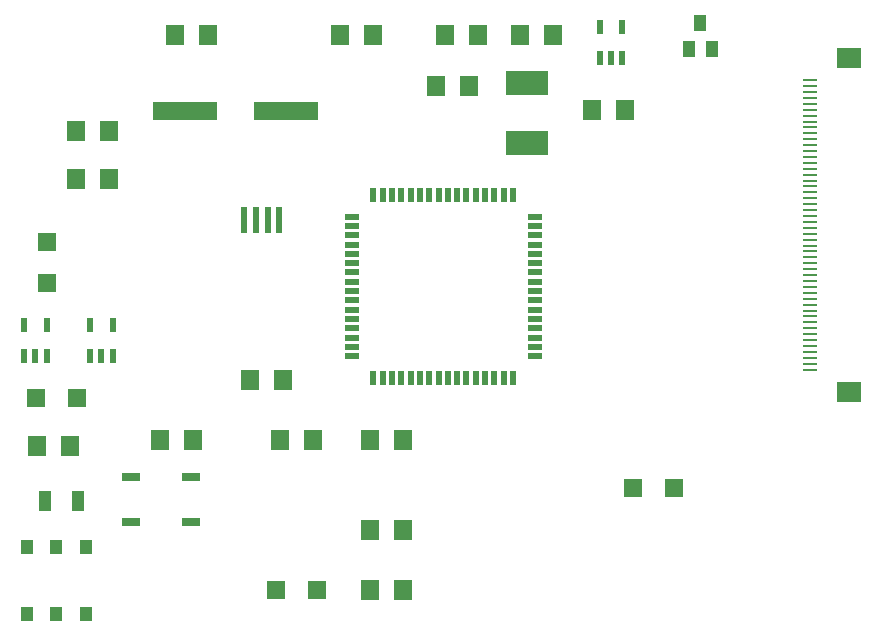
<source format=gtp>
G75*
G70*
%OFA0B0*%
%FSLAX24Y24*%
%IPPOS*%
%LPD*%
%AMOC8*
5,1,8,0,0,1.08239X$1,22.5*
%
%ADD10R,0.0492X0.0098*%
%ADD11R,0.0807X0.0650*%
%ADD12R,0.0217X0.0472*%
%ADD13R,0.0394X0.0709*%
%ADD14R,0.0220X0.0470*%
%ADD15R,0.0470X0.0220*%
%ADD16R,0.0394X0.0453*%
%ADD17R,0.0630X0.0709*%
%ADD18R,0.0236X0.0906*%
%ADD19R,0.0394X0.0551*%
%ADD20R,0.0600X0.0300*%
%ADD21R,0.2165X0.0591*%
%ADD22R,0.0591X0.0591*%
%ADD23R,0.1400X0.0800*%
D10*
X027231Y011539D03*
X027231Y011735D03*
X027231Y011932D03*
X027231Y012129D03*
X027231Y012326D03*
X027231Y012523D03*
X027231Y012720D03*
X027231Y012917D03*
X027231Y013113D03*
X027231Y013310D03*
X027231Y013507D03*
X027231Y013704D03*
X027231Y013901D03*
X027231Y014098D03*
X027231Y014294D03*
X027231Y014491D03*
X027231Y014688D03*
X027231Y014885D03*
X027231Y015082D03*
X027231Y015279D03*
X027231Y015476D03*
X027231Y015672D03*
X027231Y015869D03*
X027231Y016066D03*
X027231Y016263D03*
X027231Y016460D03*
X027231Y016657D03*
X027231Y016854D03*
X027231Y017050D03*
X027231Y017247D03*
X027231Y017444D03*
X027231Y017641D03*
X027231Y017838D03*
X027231Y018035D03*
X027231Y018231D03*
X027231Y018428D03*
X027231Y018625D03*
X027231Y018822D03*
X027231Y019019D03*
X027231Y019216D03*
X027231Y019413D03*
X027231Y019609D03*
X027231Y019806D03*
X027231Y020003D03*
X027231Y020200D03*
X027231Y020397D03*
X027231Y020594D03*
X027231Y020791D03*
X027231Y020987D03*
X027231Y021184D03*
D11*
X028511Y021932D03*
X028511Y010791D03*
D12*
X020958Y021937D03*
X020584Y021937D03*
X020210Y021937D03*
X020210Y022961D03*
X020958Y022961D03*
X003975Y013013D03*
X003227Y013013D03*
X003227Y011990D03*
X003601Y011990D03*
X003975Y011990D03*
X001775Y011990D03*
X001401Y011990D03*
X001027Y011990D03*
X001027Y013013D03*
X001775Y013013D03*
D13*
X001702Y007149D03*
X002805Y007149D03*
D14*
X012666Y011256D03*
X012976Y011256D03*
X013286Y011256D03*
X013596Y011256D03*
X013906Y011256D03*
X014216Y011256D03*
X014526Y011256D03*
X014836Y011256D03*
X015146Y011256D03*
X015456Y011256D03*
X015766Y011256D03*
X016076Y011256D03*
X016386Y011256D03*
X016696Y011256D03*
X017006Y011256D03*
X017316Y011256D03*
X017316Y017366D03*
X017006Y017366D03*
X016696Y017366D03*
X016386Y017366D03*
X016076Y017366D03*
X015766Y017366D03*
X015456Y017366D03*
X015146Y017366D03*
X014836Y017366D03*
X014526Y017366D03*
X014216Y017366D03*
X013906Y017366D03*
X013596Y017366D03*
X013286Y017366D03*
X012976Y017366D03*
X012666Y017366D03*
D15*
X011936Y016636D03*
X011936Y016326D03*
X011936Y016016D03*
X011936Y015706D03*
X011936Y015396D03*
X011936Y015086D03*
X011936Y014776D03*
X011936Y014466D03*
X011936Y014156D03*
X011936Y013846D03*
X011936Y013536D03*
X011936Y013226D03*
X011936Y012916D03*
X011936Y012606D03*
X011936Y012296D03*
X011936Y011986D03*
X018046Y011986D03*
X018046Y012296D03*
X018046Y012606D03*
X018046Y012916D03*
X018046Y013226D03*
X018046Y013536D03*
X018046Y013846D03*
X018046Y014156D03*
X018046Y014466D03*
X018046Y014776D03*
X018046Y015086D03*
X018046Y015396D03*
X018046Y015706D03*
X018046Y016016D03*
X018046Y016326D03*
X018046Y016636D03*
D16*
X001117Y003389D03*
X002101Y003389D03*
X003085Y003389D03*
X003085Y005614D03*
X002101Y005614D03*
X001117Y005614D03*
D17*
X001450Y009002D03*
X002552Y009002D03*
X005550Y009202D03*
X006652Y009202D03*
X008550Y011202D03*
X009652Y011202D03*
X009550Y009202D03*
X010652Y009202D03*
X012550Y009202D03*
X013652Y009202D03*
X013652Y006202D03*
X012550Y006202D03*
X012550Y004202D03*
X013652Y004202D03*
X003852Y017902D03*
X002750Y017902D03*
X002750Y019502D03*
X003852Y019502D03*
X006050Y022702D03*
X007152Y022702D03*
X011550Y022702D03*
X012652Y022702D03*
X014750Y021002D03*
X015852Y021002D03*
X016152Y022702D03*
X015050Y022702D03*
X017550Y022702D03*
X018652Y022702D03*
X019950Y020202D03*
X021052Y020202D03*
D18*
X009534Y016510D03*
X009140Y016510D03*
X008746Y016510D03*
X008353Y016510D03*
D19*
X023192Y022222D03*
X023940Y022222D03*
X023566Y023088D03*
D20*
X006601Y007952D03*
X006601Y006452D03*
X004601Y006452D03*
X004601Y007952D03*
D21*
X006369Y020146D03*
X009754Y020146D03*
D22*
X001801Y015791D03*
X001801Y014413D03*
X001412Y010602D03*
X002790Y010602D03*
X009412Y004202D03*
X010790Y004202D03*
X021312Y007602D03*
X022690Y007602D03*
D23*
X017801Y019102D03*
X017801Y021102D03*
M02*

</source>
